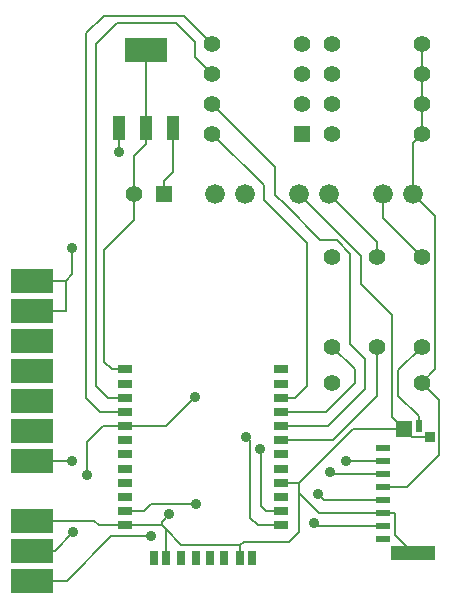
<source format=gtl>
G04 (created by PCBNEW-RS274X (2011-nov-30)-testing) date Fri 09 Dec 2011 12:36:33 PM CST*
G01*
G70*
G90*
%MOIN*%
G04 Gerber Fmt 3.4, Leading zero omitted, Abs format*
%FSLAX34Y34*%
G04 APERTURE LIST*
%ADD10C,0.006000*%
%ADD11C,0.055000*%
%ADD12R,0.144000X0.080000*%
%ADD13R,0.040000X0.080000*%
%ADD14C,0.066000*%
%ADD15R,0.055000X0.055000*%
%ADD16R,0.051200X0.031500*%
%ADD17R,0.031500X0.051200*%
%ADD18R,0.140000X0.080000*%
%ADD19R,0.049200X0.023600*%
%ADD20R,0.149200X0.047200*%
%ADD21R,0.055100X0.057100*%
%ADD22R,0.023600X0.039400*%
%ADD23R,0.033500X0.037400*%
%ADD24C,0.035000*%
%ADD25C,0.008000*%
G04 APERTURE END LIST*
G54D10*
G54D11*
X10800Y-01300D03*
X13800Y-01300D03*
G54D12*
X04600Y-01500D03*
G54D13*
X04600Y-04100D03*
X05500Y-04100D03*
X03700Y-04100D03*
G54D11*
X10800Y-04300D03*
X13800Y-04300D03*
X13800Y-08400D03*
X13800Y-11400D03*
X12300Y-08400D03*
X12300Y-11400D03*
X10800Y-08400D03*
X10800Y-11400D03*
X10800Y-02300D03*
X13800Y-02300D03*
X10800Y-03300D03*
X13800Y-03300D03*
X13800Y-12600D03*
X10800Y-12600D03*
G54D14*
X13500Y-06300D03*
X12500Y-06300D03*
X10700Y-06300D03*
X09700Y-06300D03*
X07900Y-06300D03*
X06900Y-06300D03*
G54D15*
X09800Y-04300D03*
G54D11*
X09800Y-03300D03*
X09800Y-02300D03*
X09800Y-01300D03*
X06800Y-01300D03*
X06800Y-02300D03*
X06800Y-03300D03*
X06800Y-04300D03*
G54D15*
X05200Y-06300D03*
G54D11*
X04200Y-06300D03*
G54D16*
X03900Y-12160D03*
X03900Y-12632D03*
X03900Y-13105D03*
X03900Y-13577D03*
X03900Y-14050D03*
X03900Y-14522D03*
X03900Y-14995D03*
X03900Y-15467D03*
X03900Y-15940D03*
X03900Y-16412D03*
X03900Y-16884D03*
X03900Y-17357D03*
X09097Y-17357D03*
X09097Y-16884D03*
X09097Y-16412D03*
X09097Y-15940D03*
X09097Y-15467D03*
X09097Y-14995D03*
X09097Y-14522D03*
X09097Y-14050D03*
X09097Y-13577D03*
X09097Y-13105D03*
X09097Y-12632D03*
X09097Y-12160D03*
G54D17*
X08152Y-18459D03*
X07758Y-18459D03*
X07207Y-18459D03*
X06735Y-18459D03*
X06262Y-18459D03*
X05790Y-18459D03*
X05278Y-18459D03*
X04884Y-18459D03*
G54D18*
X00800Y-09200D03*
X00800Y-10200D03*
X00800Y-11200D03*
X00800Y-12200D03*
X00800Y-13200D03*
X00800Y-14200D03*
X00800Y-15200D03*
X00800Y-17200D03*
X00800Y-18200D03*
X00800Y-19200D03*
G54D19*
X12522Y-14784D03*
X12522Y-15217D03*
X12522Y-15650D03*
X12522Y-16083D03*
X12522Y-16517D03*
X12522Y-16950D03*
X12522Y-17383D03*
X12522Y-17816D03*
G54D20*
X13498Y-18269D03*
G54D21*
X13201Y-14144D03*
G54D22*
X13693Y-14056D03*
G54D23*
X14077Y-14420D03*
G54D24*
X06280Y-16650D03*
X04780Y-17730D03*
X03700Y-04930D03*
X11260Y-15220D03*
X02140Y-15200D03*
X10740Y-15570D03*
X02170Y-17590D03*
X10220Y-17280D03*
X02650Y-15690D03*
X06230Y-13080D03*
X07950Y-14410D03*
X10330Y-16310D03*
X08400Y-14830D03*
X02150Y-08110D03*
X05390Y-16990D03*
G54D25*
X13800Y-02300D02*
X13800Y-01300D01*
X05200Y-05882D02*
X05500Y-05582D01*
X05200Y-06300D02*
X05200Y-05882D01*
X14388Y-13188D02*
X14388Y-15017D01*
X04760Y-16650D02*
X06280Y-16650D01*
X13800Y-04300D02*
X13500Y-04600D01*
X14257Y-12143D02*
X14257Y-07057D01*
X13800Y-03300D02*
X13800Y-02300D01*
X13800Y-12600D02*
X14388Y-13188D01*
X13800Y-12600D02*
X14257Y-12143D01*
X05500Y-05582D02*
X05500Y-04100D01*
X13800Y-03300D02*
X13800Y-04300D01*
X13322Y-16083D02*
X12522Y-16083D01*
X14388Y-15017D02*
X13322Y-16083D01*
X13500Y-04600D02*
X13500Y-06300D01*
X14257Y-07057D02*
X13500Y-06300D01*
X03900Y-16884D02*
X04526Y-16884D01*
X04526Y-16884D02*
X04760Y-16650D01*
X04780Y-17730D02*
X03440Y-17730D01*
X01970Y-19200D02*
X00800Y-19200D01*
X03440Y-17730D02*
X01970Y-19200D01*
X03700Y-04100D02*
X03700Y-04930D01*
X11263Y-15217D02*
X12522Y-15217D01*
X11260Y-15220D02*
X11263Y-15217D01*
X00800Y-15200D02*
X02140Y-15200D01*
X10820Y-15650D02*
X12522Y-15650D01*
X10740Y-15570D02*
X10820Y-15650D01*
X01560Y-18200D02*
X02170Y-17590D01*
X00800Y-18200D02*
X01590Y-18200D01*
X00800Y-18200D02*
X01560Y-18200D01*
X10323Y-17383D02*
X12522Y-17383D01*
X10220Y-17280D02*
X10323Y-17383D01*
X09230Y-06660D02*
X10410Y-07840D01*
X09097Y-14050D02*
X10680Y-14050D01*
X11910Y-12820D02*
X11910Y-11800D01*
X08910Y-05410D02*
X06800Y-03300D01*
X11420Y-11310D02*
X11910Y-11800D01*
X10960Y-07840D02*
X11420Y-08300D01*
X10680Y-14050D02*
X11910Y-12820D01*
X09230Y-06660D02*
X08910Y-06340D01*
X11420Y-11310D02*
X11420Y-08300D01*
X08910Y-06340D02*
X08910Y-05410D01*
X10410Y-07840D02*
X10960Y-07840D01*
X09097Y-13105D02*
X09102Y-13110D01*
X08530Y-06030D02*
X06800Y-04300D01*
X09102Y-13110D02*
X09560Y-13110D01*
X09970Y-07960D02*
X08530Y-06520D01*
X09970Y-07960D02*
X09970Y-12700D01*
X09560Y-13110D02*
X09970Y-12700D01*
X08530Y-06520D02*
X08530Y-06030D01*
X02940Y-12720D02*
X02940Y-01320D01*
X06240Y-01740D02*
X06800Y-02300D01*
X02940Y-12720D02*
X03325Y-13105D01*
X03640Y-00620D02*
X05610Y-00620D01*
X03900Y-13105D02*
X03325Y-13105D01*
X05610Y-00620D02*
X06240Y-01250D01*
X06240Y-01740D02*
X06240Y-01250D01*
X02940Y-01320D02*
X03640Y-00620D01*
X03200Y-00370D02*
X05870Y-00370D01*
X05870Y-00370D02*
X06800Y-01300D01*
X02620Y-13120D02*
X03077Y-13577D01*
X02620Y-13120D02*
X02620Y-00950D01*
X03900Y-13577D02*
X03077Y-13577D01*
X02620Y-00950D02*
X03200Y-00370D01*
X02650Y-14580D02*
X02650Y-15690D01*
X03900Y-14050D02*
X03180Y-14050D01*
X05260Y-14050D02*
X06230Y-13080D01*
X03180Y-14050D02*
X02650Y-14580D01*
X05260Y-14050D02*
X03900Y-14050D01*
X08070Y-14530D02*
X08070Y-17100D01*
X09097Y-17357D02*
X08327Y-17357D01*
X08070Y-17100D02*
X08327Y-17357D01*
X08070Y-14530D02*
X07950Y-14410D01*
X10537Y-16517D02*
X12522Y-16517D01*
X10330Y-16310D02*
X10537Y-16517D01*
X08400Y-14830D02*
X08430Y-14860D01*
X08430Y-16720D02*
X08594Y-16884D01*
X08430Y-14860D02*
X08430Y-16720D01*
X08594Y-16884D02*
X09097Y-16884D01*
X09712Y-17568D02*
X09380Y-17900D01*
X09700Y-06300D02*
X11770Y-08370D01*
X09712Y-16287D02*
X09712Y-17568D01*
X11770Y-09301D02*
X12819Y-10350D01*
X07860Y-17900D02*
X07758Y-18002D01*
X10375Y-16950D02*
X09712Y-16287D01*
X09712Y-15940D02*
X09097Y-15940D01*
X11509Y-14144D02*
X09713Y-15940D01*
X09713Y-16286D02*
X09713Y-15940D01*
X09713Y-15940D02*
X09712Y-15940D01*
X09712Y-16287D02*
X09713Y-16286D01*
X00800Y-17200D02*
X02870Y-17200D01*
X05137Y-17243D02*
X05390Y-16990D01*
X03200Y-08180D02*
X03200Y-11900D01*
X07758Y-18002D02*
X07758Y-18459D01*
X03200Y-11900D02*
X03460Y-12160D01*
X13498Y-18269D02*
X12911Y-17682D01*
X14077Y-14420D02*
X13477Y-14420D01*
X02870Y-17200D02*
X03027Y-17357D01*
X04200Y-05043D02*
X04600Y-04643D01*
X05782Y-18002D02*
X05278Y-17498D01*
X05137Y-17357D02*
X05137Y-17243D01*
X05137Y-17357D02*
X03900Y-17357D01*
X05278Y-18459D02*
X05278Y-17498D01*
X11770Y-08370D02*
X11770Y-09301D01*
X13201Y-14144D02*
X11509Y-14144D01*
X12819Y-13762D02*
X12819Y-10350D01*
X01930Y-10200D02*
X00800Y-10200D01*
X05278Y-17498D02*
X05137Y-17357D01*
X07758Y-18002D02*
X05782Y-18002D01*
X12819Y-13762D02*
X13201Y-14144D01*
X03460Y-12160D02*
X03900Y-12160D01*
X09380Y-17900D02*
X07860Y-17900D01*
X12911Y-17682D02*
X12911Y-16950D01*
X12522Y-16950D02*
X10375Y-16950D01*
X04200Y-06300D02*
X04200Y-05043D01*
X04600Y-04100D02*
X04600Y-04643D01*
X13477Y-14420D02*
X13201Y-14144D01*
X00800Y-09200D02*
X01930Y-09200D01*
X12522Y-16950D02*
X12911Y-16950D01*
X04200Y-07180D02*
X03200Y-08180D01*
X01930Y-09200D02*
X02150Y-08980D01*
X01930Y-09200D02*
X01930Y-10200D01*
X04200Y-06300D02*
X04200Y-07180D01*
X02150Y-08980D02*
X02150Y-08110D01*
X04600Y-01500D02*
X04600Y-04100D01*
X03027Y-17357D02*
X03900Y-17357D01*
X09097Y-14522D02*
X09099Y-14520D01*
X10830Y-14520D02*
X12300Y-13050D01*
X12300Y-13050D02*
X12300Y-11400D01*
X09099Y-14520D02*
X10830Y-14520D01*
X12300Y-07900D02*
X12300Y-08400D01*
X10700Y-06300D02*
X12300Y-07900D01*
X13693Y-14056D02*
X13693Y-13713D01*
X13019Y-13039D02*
X13019Y-12181D01*
X13019Y-12181D02*
X13800Y-11400D01*
X13693Y-13713D02*
X13019Y-13039D01*
X12500Y-07100D02*
X13800Y-08400D01*
X12500Y-06300D02*
X12500Y-07100D01*
X09097Y-13577D02*
X09100Y-13580D01*
X11560Y-12160D02*
X10800Y-11400D01*
X11560Y-12630D02*
X11560Y-12160D01*
X10610Y-13580D02*
X11560Y-12630D01*
X09100Y-13580D02*
X10610Y-13580D01*
M02*

</source>
